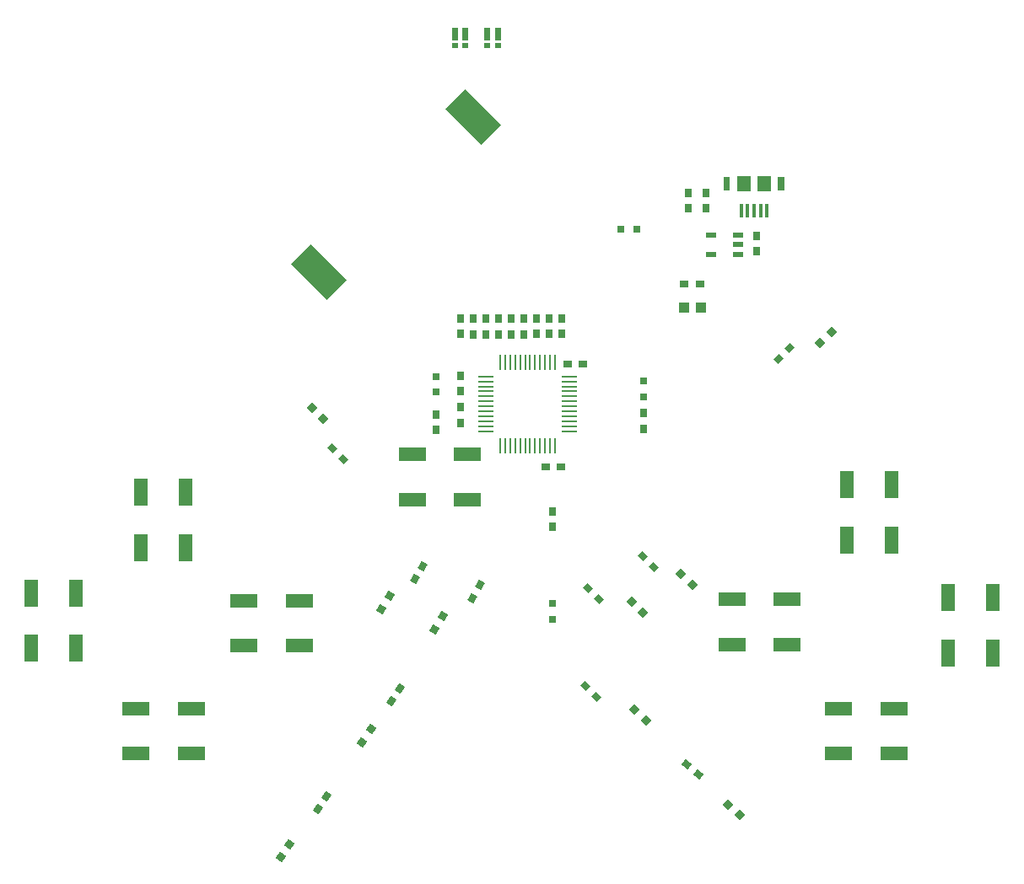
<source format=gbr>
%TF.GenerationSoftware,Novarm,DipTrace,3.0.0.2*%
%TF.CreationDate,2017-10-23T18:11:06+01:00*%
%FSLAX35Y35*%
%MOMM*%
%TF.FileFunction,Paste,Top*%
%TF.Part,Single*%
%AMOUTLINE2*
4,1,4,
-2.76832,0.80963,
-0.80963,2.76832,
2.76832,-0.80963,
0.80963,-2.76832,
-2.76832,0.80963,
0*%
%AMOUTLINE5*
4,1,4,
-1.3825,0.69,
1.3825,0.69,
1.3825,-0.69,
-1.3825,-0.69,
-1.3825,0.69,
0*%
%AMOUTLINE14*
4,1,4,
0.52474,0.13921,
0.04868,-0.54071,
-0.52474,-0.13921,
-0.04868,0.54071,
0.52474,0.13921,
0*%
%AMOUTLINE17*
4,1,4,
0.04597,-0.54092,
-0.54092,0.04597,
-0.04597,0.54092,
0.54092,-0.04597,
0.04597,-0.54092,
0*%
%AMOUTLINE20*
4,1,4,
-0.51061,-0.18441,
-0.09561,0.53441,
0.51061,0.18441,
0.09561,-0.53441,
-0.51061,-0.18441,
0*%
%AMOUTLINE23*
4,1,4,
0.07419,-0.53778,
-0.54261,0.01757,
-0.07419,0.53778,
0.54261,-0.01757,
0.07419,-0.53778,
0*%
%AMOUTLINE26*
4,1,4,
0.51061,0.18441,
0.09561,-0.53441,
-0.51061,-0.18441,
-0.09561,0.53441,
0.51061,0.18441,
0*%
%AMOUTLINE29*
4,1,4,
-0.54092,-0.04597,
0.04597,0.54092,
0.54092,0.04597,
-0.04597,-0.54092,
-0.54092,-0.04597,
0*%
%AMOUTLINE32*5,1,4,0,0,1.1031,-169.99984*%
%AMOUTLINE35*5,1,4,0,0,1.10312,-90.0*%
%AMOUTLINE38*5,1,4,0,0,1.10306,-165.00073*%
%AMOUTLINE41*5,1,4,0,0,1.10307,-87.00052*%
%AMOUTLINE44*5,1,4,0,0,1.10306,14.99927*%
%AMOUTLINE47*5,1,4,0,0,1.10312,-180.0*%
%ADD48R,0.78X0.78*%
%ADD50R,1.08X0.58*%
%ADD52R,0.28X1.58*%
%ADD54R,1.58X0.28*%
%ADD56R,1.48X1.53*%
%ADD60R,0.38X1.33*%
%ADD66R,1.08X0.98*%
%ADD68R,0.83X0.7*%
%ADD70R,0.7X0.83*%
%ADD72R,2.765X1.38*%
%ADD74R,1.38X2.765*%
%ADD82OUTLINE2*%
%ADD85OUTLINE5*%
%ADD94OUTLINE14*%
%ADD97OUTLINE17*%
%ADD100OUTLINE20*%
%ADD103OUTLINE23*%
%ADD106OUTLINE26*%
%ADD109OUTLINE29*%
%ADD112OUTLINE32*%
%ADD115OUTLINE35*%
%ADD118OUTLINE38*%
%ADD121OUTLINE41*%
%ADD124OUTLINE44*%
%ADD127OUTLINE47*%
G75*
G01*
%LPD*%
D82*
X4212443Y7251529D3*
X5765957Y8805042D3*
D85*
X5149499Y5416272D3*
X5706499D3*
X5149499Y4966272D3*
X5706499D3*
D74*
X2426000Y4482772D3*
Y5039772D3*
X2876000Y4482772D3*
Y5039772D3*
X9513500Y4558772D3*
Y5115772D3*
X9963500Y4558772D3*
Y5115772D3*
D72*
X9989000Y2410772D3*
X9432000D3*
X9989000Y2860772D3*
X9432000D3*
D74*
X1776000Y4026772D3*
Y3469772D3*
X1326000Y4026772D3*
Y3469772D3*
D72*
X3461000Y3948272D3*
X4018000D3*
X3461000Y3498272D3*
X4018000D3*
X8915500Y3510772D3*
X8358500D3*
X8915500Y3960772D3*
X8358500D3*
D74*
X10976000Y3981772D3*
Y3424772D3*
X10526000Y3981772D3*
Y3424772D3*
D72*
X2378000Y2860772D3*
X2935000D3*
X2378000Y2410772D3*
X2935000D3*
D70*
X6524500Y6783272D3*
Y6628272D3*
X5889500Y6625322D3*
Y6780322D3*
X5762500Y6625322D3*
Y6780322D3*
D68*
X6642357Y5295049D3*
X6487357D3*
D70*
X6651500Y6784072D3*
Y6629072D3*
D68*
X6709223Y6325746D3*
X6864223D3*
D70*
X5635500Y6053022D3*
Y6208022D3*
Y5735522D3*
Y5890522D3*
X8610890Y7461976D3*
Y7616976D3*
D68*
X7882657Y7129882D3*
X8037657D3*
D70*
X7917450Y7889352D3*
Y8044352D3*
D66*
X7876683Y6890966D3*
X8046683D3*
G36*
X5549343Y9500616D2*
X5609336D1*
Y9550616D1*
X5549343D1*
Y9500616D1*
G37*
G36*
X5715343D2*
X5655351D1*
Y9550616D1*
X5715343D1*
Y9500616D1*
G37*
G36*
Y9580616D2*
X5654338D1*
Y9700616D1*
X5715343D1*
Y9580616D1*
G37*
G36*
X5610348D2*
X5549343D1*
Y9700616D1*
X5610348D1*
Y9580616D1*
G37*
D60*
X8710300Y7869806D3*
X8645300D3*
X8580300D3*
X8515300D3*
X8450300D3*
D56*
X8480300Y8139806D3*
X8680300D3*
G36*
X5873947Y9500616D2*
X5933939D1*
Y9550616D1*
X5873947D1*
Y9500616D1*
G37*
G36*
X6039947D2*
X5979954D1*
Y9550616D1*
X6039947D1*
Y9500616D1*
G37*
G36*
Y9580616D2*
X5978942D1*
Y9700616D1*
X6039947D1*
Y9580616D1*
G37*
G36*
X5934952D2*
X5873947D1*
Y9700616D1*
X5934952D1*
Y9580616D1*
G37*
D70*
X6143500Y6624522D3*
Y6779522D3*
X6397500Y6783272D3*
Y6628272D3*
X5635500Y6784072D3*
Y6629072D3*
X6270500Y6624522D3*
Y6779522D3*
X8094860Y8047746D3*
Y7892746D3*
D94*
X4291460Y1985762D3*
X4202553Y1858796D3*
D70*
X7468413Y5676402D3*
Y5831402D3*
X6554917Y4844389D3*
Y4689389D3*
D97*
X6915500Y4076272D3*
X7025100Y3966672D3*
D100*
X5256000Y4297772D3*
X5178500Y4163539D3*
D97*
X6885500Y3089272D3*
X6995100Y2979672D3*
X7464500Y4394272D3*
X7574100Y4284672D3*
D103*
X7906500Y2304272D3*
X8021687Y2200559D3*
D97*
X4459180Y5367369D3*
X4349580Y5476969D3*
D70*
X6016500Y6625322D3*
Y6780322D3*
X5392247Y5661886D3*
Y5816886D3*
D106*
X5827500Y4107272D3*
X5750000Y3973039D3*
D109*
X8823500Y6379272D3*
X8933100Y6488872D3*
D94*
X5028053Y3065296D3*
X4939147Y2938329D3*
D54*
X5888403Y6201636D3*
Y6151636D3*
Y6101636D3*
Y6051636D3*
Y6001636D3*
Y5951636D3*
Y5901636D3*
Y5851636D3*
Y5801636D3*
Y5751636D3*
Y5701636D3*
Y5651636D3*
D52*
X6033403Y5506636D3*
X6083403D3*
X6133403D3*
X6183403D3*
X6233403D3*
X6283403D3*
X6333403D3*
X6383403D3*
X6433403D3*
X6483403D3*
X6533403D3*
X6583403D3*
D54*
X6728403Y5651636D3*
Y5701636D3*
Y5751636D3*
Y5801636D3*
Y5851636D3*
Y5901636D3*
Y5951636D3*
Y6001636D3*
Y6051636D3*
Y6101636D3*
Y6151636D3*
Y6201636D3*
D52*
X6583403Y6346636D3*
X6533403D3*
X6483403D3*
X6433403D3*
X6383403D3*
X6333403D3*
X6283403D3*
X6233403D3*
X6183403D3*
X6133403D3*
X6083403D3*
X6033403D3*
D50*
X8420390Y7430226D3*
Y7525226D3*
Y7620226D3*
X8150390D3*
Y7430226D3*
D112*
X3828500Y1369272D3*
X3920273Y1500336D3*
D48*
X7468413Y6154602D3*
Y5994602D3*
X6557500Y3763272D3*
Y3923272D3*
D115*
X7463576Y3826623D3*
X7350439Y3939760D3*
D118*
X4843203Y3859899D3*
X4923203Y3998462D3*
D115*
X7495733Y2740973D3*
X7382596Y2854110D3*
X7960649Y4106616D3*
X7847513Y4219753D3*
D121*
X8440333Y1795212D3*
X8321430Y1902276D3*
D115*
X4144501Y5885271D3*
X4257637Y5772135D3*
D48*
X7407500Y7683272D3*
X7247500D3*
X5392247Y6202886D3*
Y6042886D3*
D124*
X5375383Y3656269D3*
X5455383Y3794832D3*
D127*
X9358499Y6647271D3*
X9245362Y6534135D3*
D112*
X4647053Y2525546D3*
X4738827Y2656609D3*
G36*
X8272583Y8207716D2*
X8338277D1*
Y8071002D1*
X8272583D1*
Y8207716D1*
G37*
G36*
X8822530Y8206402D2*
X8888223D1*
Y8069689D1*
X8822530D1*
Y8206402D1*
G37*
M02*

</source>
